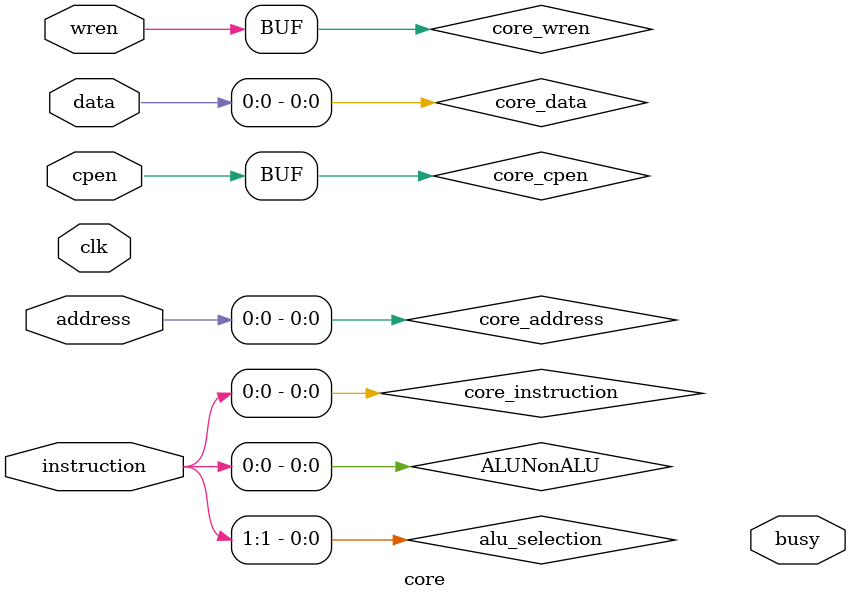
<source format=v>
module core 
#(parameter DATA_WIDTH=16,
				ADDRESS_WIDTH=16,
				INSTRUCTION_WIDTH=15,
				NUM_REGS=4,
				NUM_FLAGS=4)
   (	
	inout [DATA_WIDTH - 1:0]data, 
	input [ADDRESS_WIDTH - 1:0]address,
	input [INSTRUCTION_WIDTH - 1:0]instruction,
	input wren,
	input cpen,
	input clk,
	output busy
	);
  assign core_data = data;
  assign core_address = address;
  assign core_instruction = instruction;
  assign core_wren = wren;
  assign core_cpen = cpen;
  assign alu_selection = instruction[4:1];
  
  assign ALUNonALU = instruction[0];
  
  wire [DATA_WIDTH - 1:0] aluOut;
  wire [NUM_FLAGS - 1: 0] flagsOut;
  reg aluA;
  reg aluB;
  
  reg [DATA_WIDTH - 1:0]reg0;
  reg [DATA_WIDTH - 1:0]reg1;
  reg [DATA_WIDTH - 1:0]reg2;
  reg [DATA_WIDTH - 1:0]reg3;
  
  reg [NUM_FLAGS - 1:0]flags;
  
  assign suffixUse = ((instruction[5] && flags[0]) || ~instruction[5]) &&
  ((instruction[6] && flags[1]) || ~instruction[6]) &&
  ((instruction[7] && flags[2]) || ~instruction[7]) &&
  ((instruction[8] && flags[3]) || ~instruction[8]);

  
//  RAM ram(
//  .data(core_data),
//  .address(core_address),
//  .wren(core_wren),
//  .cpen(core_cpen),
//  .clk(clk)
//  );
  
  alu allu(
  .A(aluA),
  .B(aluB),
  .ALUSel(alu_selection),
  .CarryIn(flags[0]),
  .clk(clk),
  .ALU_Out(aluOut),
  .CarryOut(flagsOut[0]),
  .SignOut(flagsOut[1]),
  .OverflowOut(flagsOut[2]),
  .ZeroOut(flagsOut[3])
  );

  always @(posedge clk) begin
  
		if (ALUNonALU) begin
		
			case(instruction[10:9])
				4'b00:
					aluA = reg0;
				4'b01:
					aluA = reg1;
				4'b10:
					aluA = reg2;
				4'b11:
					aluA = reg3;
				default: aluA = reg0;
			endcase
			
			case(instruction[12:11])
				4'b00:
					aluB = reg0;
				4'b01:
					aluB = reg1;
				4'b10:
					aluB = reg2;
				4'b11:
					aluB = reg3;
				default: aluB = reg0;
			endcase
			
			if (suffixUse) begin
				flags = flagsOut;
				case(instruction[14:13])
					4'b00:
						reg0 = aluOut;
					4'b01:
						reg1 = aluOut;
					4'b10:
						reg2 = aluOut;
					4'b11:
						reg3 = aluOut;
					default: reg0 = aluOut;
				endcase
			end
		
		end
	
    end
  	

endmodule
</source>
